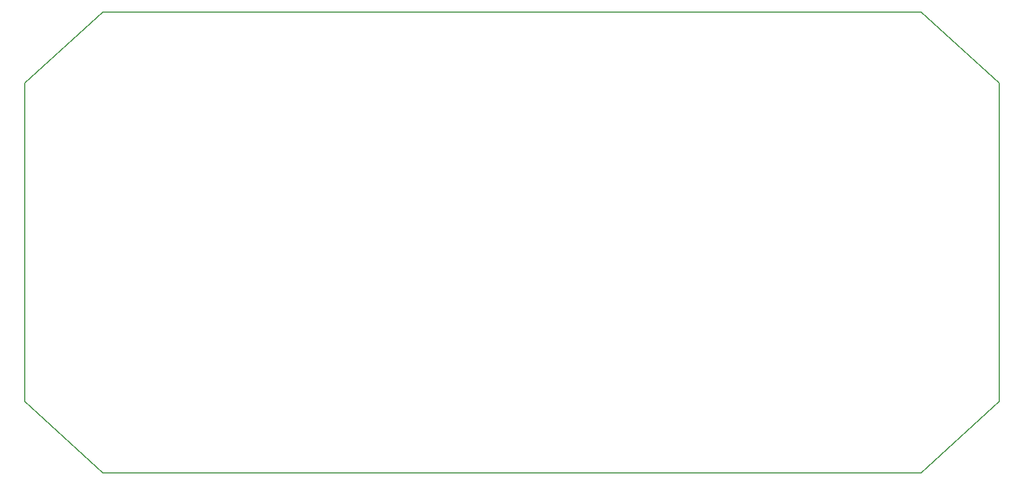
<source format=gm1>
G04 #@! TF.FileFunction,Profile,NP*
%FSLAX46Y46*%
G04 Gerber Fmt 4.6, Leading zero omitted, Abs format (unit mm)*
G04 Created by KiCad (PCBNEW 4.0.6) date 2017 August 08, Tuesday 08:31:32*
%MOMM*%
%LPD*%
G01*
G04 APERTURE LIST*
%ADD10C,0.100000*%
%ADD11C,0.150000*%
G04 APERTURE END LIST*
D10*
D11*
X226000000Y-65000000D02*
X238000000Y-76000000D01*
X100000000Y-65000000D02*
X226000000Y-65000000D01*
X88000000Y-75996800D02*
X100000000Y-65000000D01*
X88000000Y-125000000D02*
X88000000Y-76000000D01*
X100000000Y-136000000D02*
X88000000Y-125000000D01*
X226000000Y-136000000D02*
X100000000Y-136000000D01*
X238000000Y-125000000D02*
X226000000Y-136000000D01*
X238000000Y-76000000D02*
X238000000Y-125000000D01*
M02*

</source>
